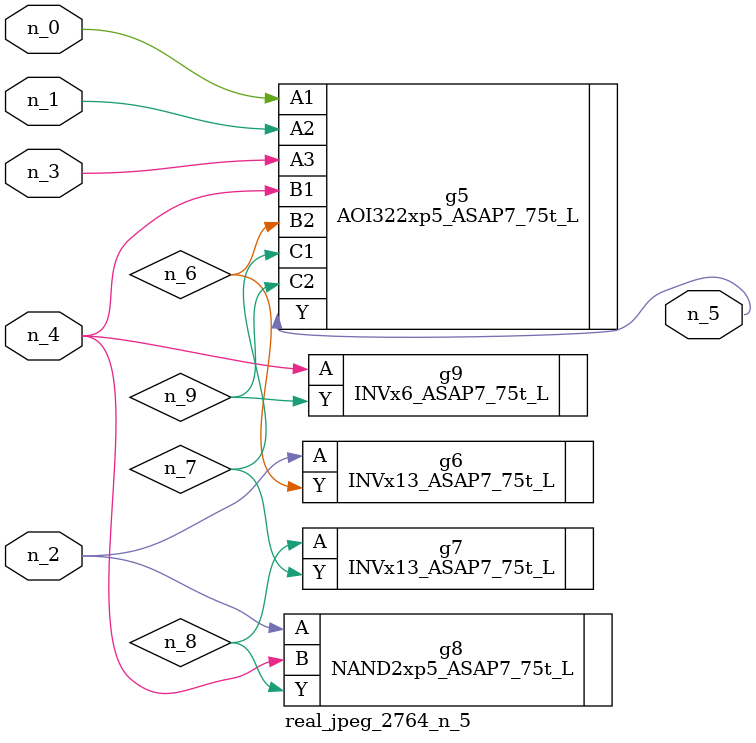
<source format=v>
module real_jpeg_2764_n_5 (n_4, n_0, n_1, n_2, n_3, n_5);

input n_4;
input n_0;
input n_1;
input n_2;
input n_3;

output n_5;

wire n_8;
wire n_6;
wire n_7;
wire n_9;

AOI322xp5_ASAP7_75t_L g5 ( 
.A1(n_0),
.A2(n_1),
.A3(n_3),
.B1(n_4),
.B2(n_6),
.C1(n_7),
.C2(n_9),
.Y(n_5)
);

INVx13_ASAP7_75t_L g6 ( 
.A(n_2),
.Y(n_6)
);

NAND2xp5_ASAP7_75t_L g8 ( 
.A(n_2),
.B(n_4),
.Y(n_8)
);

INVx6_ASAP7_75t_L g9 ( 
.A(n_4),
.Y(n_9)
);

INVx13_ASAP7_75t_L g7 ( 
.A(n_8),
.Y(n_7)
);


endmodule
</source>
